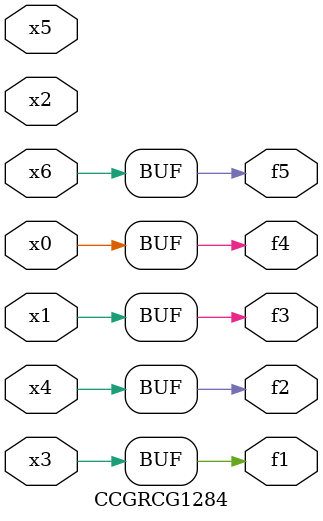
<source format=v>
module CCGRCG1284(
	input x0, x1, x2, x3, x4, x5, x6,
	output f1, f2, f3, f4, f5
);
	assign f1 = x3;
	assign f2 = x4;
	assign f3 = x1;
	assign f4 = x0;
	assign f5 = x6;
endmodule

</source>
